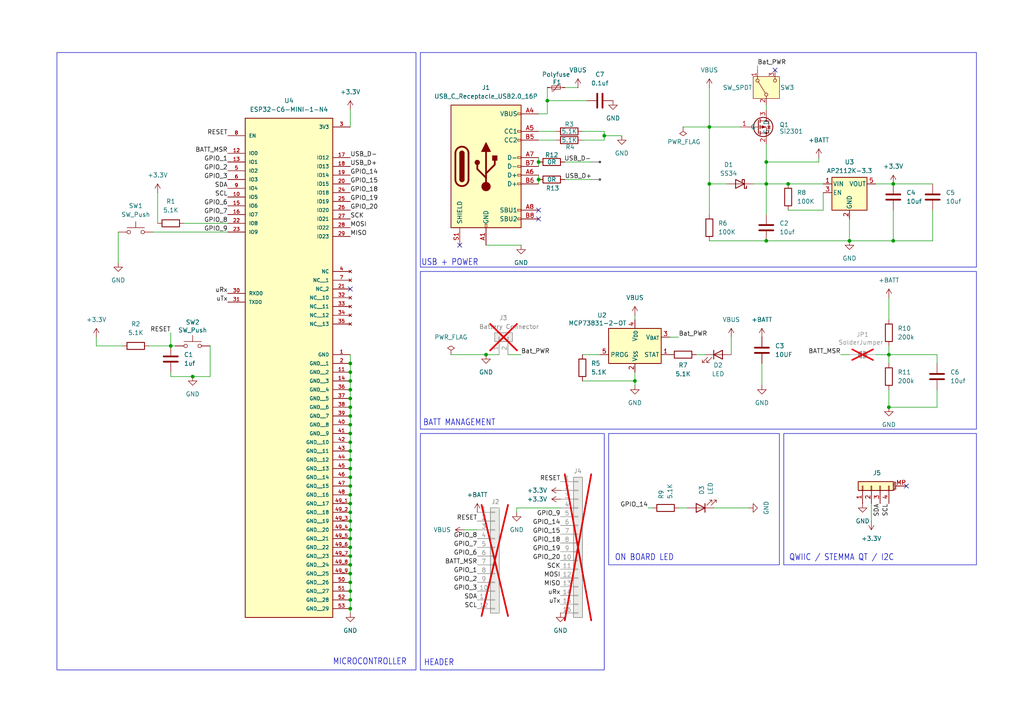
<source format=kicad_sch>
(kicad_sch (version 20231120) (generator "eeschema") (generator_version "8.0")
  (paper "A4")
  (title_block (title "GLYPH-C6") (date "2024-09-05") (rev "V3") (company "PCBCUPID") (comment 1 "Author : Srinivasan M") (comment 2 "License : CC-BY-SA") (comment 3 "Open Source"))
  (lib_symbols
    (symbol "Battery_Management:MCP73831-2-OT"
      (property "Reference" "U" (at -7.62 6.35 0))
      (property "Value" "MCP73831-2-OT" (at 1.27 6.35 0))
      (symbol "MCP73831-2-OT_1_1"
        (pin tri_state line (at 10.16 -2.54 180) (length 2.54) (name "STAT") (number "1"))
        (pin power_in line (at 0 -7.62 90) (length 2.54) (name "V_{SS}") (number "2"))
        (pin power_out line (at 10.16 2.54 180) (length 2.54) (name "V_{BAT}") (number "3"))
        (pin power_in line (at 0 7.62 270) (length 2.54) (name "V_{DD}") (number "4"))
        (pin input line (at -10.16 -2.54 0) (length 2.54) (name "PROG") (number "5"))
      )
    )
    (symbol "Connector:USB_C_Receptacle_USB2.0_16P" (pin_names (offset 1.016))
      (property "Reference" "J" (at 0 22.225 0))
      (property "Value" "USB_C_Receptacle_USB2.0_16P" (at 0 19.685 0))
      (symbol "USB_C_Receptacle_USB2.0_16P_1_1"
        (pin passive line (at 0 -22.86 90) (length 5.08) (name "GND") (number "A1"))
        (pin passive line (at 0 -22.86 90) (length 5.08) hide (name "GND") (number "A12"))
        (pin passive line (at 15.24 15.24 180) (length 5.08) (name "VBUS") (number "A4"))
        (pin bidirectional line (at 15.24 10.16 180) (length 5.08) (name "CC1") (number "A5"))
        (pin bidirectional line (at 15.24 -2.54 180) (length 5.08) (name "D+") (number "A6"))
        (pin bidirectional line (at 15.24 2.54 180) (length 5.08) (name "D-") (number "A7"))
        (pin bidirectional line (at 15.24 -12.7 180) (length 5.08) (name "SBU1") (number "A8"))
        (pin passive line (at 15.24 15.24 180) (length 5.08) hide (name "VBUS") (number "A9"))
        (pin passive line (at 0 -22.86 90) (length 5.08) hide (name "GND") (number "B1"))
        (pin passive line (at 0 -22.86 90) (length 5.08) hide (name "GND") (number "B12"))
        (pin passive line (at 15.24 15.24 180) (length 5.08) hide (name "VBUS") (number "B4"))
        (pin bidirectional line (at 15.24 7.62 180) (length 5.08) (name "CC2") (number "B5"))
        (pin bidirectional line (at 15.24 -5.08 180) (length 5.08) (name "D+") (number "B6"))
        (pin bidirectional line (at 15.24 0 180) (length 5.08) (name "D-") (number "B7"))
        (pin bidirectional line (at 15.24 -15.24 180) (length 5.08) (name "SBU2") (number "B8"))
        (pin passive line (at 15.24 15.24 180) (length 5.08) hide (name "VBUS") (number "B9"))
        (pin passive line (at -7.62 -22.86 90) (length 5.08) (name "SHIELD") (number "S1"))
      )
    )
    (symbol "Connector_Generic:Conn_01x02" (pin_names (offset 1.016) hide)
      (property "Reference" "J" (at 0 2.54 0))
      (property "Value" "Conn_01x02" (at 0 -5.08 0))
      (symbol "Conn_01x02_1_1"
        (pin passive line (at -5.08 0 0) (length 3.81) (name "Pin_1") (number "1"))
        (pin passive line (at -5.08 -2.54 0) (length 3.81) (name "Pin_2") (number "2"))
      )
    )
    (symbol "Connector_Generic:Conn_01x12" (pin_names (offset 1.016) hide)
      (property "Reference" "J" (at 0 15.24 0))
      (property "Value" "Conn_01x12" (at 0 -17.78 0))
      (symbol "Conn_01x12_1_1"
        (pin passive line (at -5.08 12.7 0) (length 3.81) (name "Pin_1") (number "1"))
        (pin passive line (at -5.08 -10.16 0) (length 3.81) (name "Pin_10") (number "10"))
        (pin passive line (at -5.08 -12.7 0) (length 3.81) (name "Pin_11") (number "11"))
        (pin passive line (at -5.08 -15.24 0) (length 3.81) (name "Pin_12") (number "12"))
        (pin passive line (at -5.08 10.16 0) (length 3.81) (name "Pin_2") (number "2"))
        (pin passive line (at -5.08 7.62 0) (length 3.81) (name "Pin_3") (number "3"))
        (pin passive line (at -5.08 5.08 0) (length 3.81) (name "Pin_4") (number "4"))
        (pin passive line (at -5.08 2.54 0) (length 3.81) (name "Pin_5") (number "5"))
        (pin passive line (at -5.08 0 0) (length 3.81) (name "Pin_6") (number "6"))
        (pin passive line (at -5.08 -2.54 0) (length 3.81) (name "Pin_7") (number "7"))
        (pin passive line (at -5.08 -5.08 0) (length 3.81) (name "Pin_8") (number "8"))
        (pin passive line (at -5.08 -7.62 0) (length 3.81) (name "Pin_9") (number "9"))
      )
    )
    (symbol "Connector_Generic:Conn_01x16" (pin_names (offset 1.016) hide)
      (property "Reference" "J" (at 0 20.32 0))
      (property "Value" "Conn_01x16" (at 0 -22.86 0))
      (symbol "Conn_01x16_1_1"
        (pin passive line (at -5.08 17.78 0) (length 3.81) (name "Pin_1") (number "1"))
        (pin passive line (at -5.08 -5.08 0) (length 3.81) (name "Pin_10") (number "10"))
        (pin passive line (at -5.08 -7.62 0) (length 3.81) (name "Pin_11") (number "11"))
        (pin passive line (at -5.08 -10.16 0) (length 3.81) (name "Pin_12") (number "12"))
        (pin passive line (at -5.08 -12.7 0) (length 3.81) (name "Pin_13") (number "13"))
        (pin passive line (at -5.08 -15.24 0) (length 3.81) (name "Pin_14") (number "14"))
        (pin passive line (at -5.08 -17.78 0) (length 3.81) (name "Pin_15") (number "15"))
        (pin passive line (at -5.08 -20.32 0) (length 3.81) (name "Pin_16") (number "16"))
        (pin passive line (at -5.08 15.24 0) (length 3.81) (name "Pin_2") (number "2"))
        (pin passive line (at -5.08 12.7 0) (length 3.81) (name "Pin_3") (number "3"))
        (pin passive line (at -5.08 10.16 0) (length 3.81) (name "Pin_4") (number "4"))
        (pin passive line (at -5.08 7.62 0) (length 3.81) (name "Pin_5") (number "5"))
        (pin passive line (at -5.08 5.08 0) (length 3.81) (name "Pin_6") (number "6"))
        (pin passive line (at -5.08 2.54 0) (length 3.81) (name "Pin_7") (number "7"))
        (pin passive line (at -5.08 0 0) (length 3.81) (name "Pin_8") (number "8"))
        (pin passive line (at -5.08 -2.54 0) (length 3.81) (name "Pin_9") (number "9"))
      )
    )
    (symbol "Connector_Generic_MountingPin:Conn_01x04_MountingPin" (pin_names (offset 1.016) hide)
      (property "Reference" "J" (at 0 5.08 0))
      (property "Value" "Conn_01x04_MountingPin" (at 1.27 -7.62 0))
      (symbol "Conn_01x04_MountingPin_1_1"
        (text "Mounting" (at 0 -6.731 0) (effects (font (size 0.381 0.381))))
        (pin passive line (at -5.08 2.54 0) (length 3.81) (name "Pin_1") (number "1"))
        (pin passive line (at -5.08 0 0) (length 3.81) (name "Pin_2") (number "2"))
        (pin passive line (at -5.08 -2.54 0) (length 3.81) (name "Pin_3") (number "3"))
        (pin passive line (at -5.08 -5.08 0) (length 3.81) (name "Pin_4") (number "4"))
        (pin passive line (at 0 -10.16 90) (length 3.048) (name "MountPin") (number "MP"))
      )
    )
    (symbol "Device:C" (pin_numbers hide) (pin_names (offset 0.254))
      (property "Reference" "C" (at 0.635 2.54 0))
      (property "Value" "C" (at 0.635 -2.54 0))
      (symbol "C_1_1"
        (pin passive line (at 0 3.81 270) (length 2.794) (name "~") (number "1"))
        (pin passive line (at 0 -3.81 90) (length 2.794) (name "~") (number "2"))
      )
    )
    (symbol "Device:LED" (pin_numbers hide) (pin_names (offset 1.016) hide)
      (property "Reference" "D" (at 0 2.54 0))
      (property "Value" "LED" (at 0 -2.54 0))
      (symbol "LED_1_1"
        (pin passive line (at -3.81 0 0) (length 2.54) (name "K") (number "1"))
        (pin passive line (at 3.81 0 180) (length 2.54) (name "A") (number "2"))
      )
    )
    (symbol "Device:Polyfuse_Small" (pin_numbers hide) (pin_names (offset 0))
      (property "Reference" "F" (at -1.905 0 90))
      (property "Value" "Polyfuse_Small" (at 1.905 0 90))
      (symbol "Polyfuse_Small_1_1"
        (pin passive line (at 0 2.54 270) (length 0.635) (name "~") (number "1"))
        (pin passive line (at 0 -2.54 90) (length 0.635) (name "~") (number "2"))
      )
    )
    (symbol "Device:R" (pin_numbers hide) (pin_names (offset 0))
      (property "Reference" "R" (at 2.032 0 90))
      (property "Value" "R" (at 0 0 90))
      (symbol "R_1_1"
        (pin passive line (at 0 3.81 270) (length 1.27) (name "~") (number "1"))
        (pin passive line (at 0 -3.81 90) (length 1.27) (name "~") (number "2"))
      )
    )
    (symbol "Diode:SS34" (pin_numbers hide) (pin_names (offset 1.016) hide)
      (property "Reference" "D" (at 0 2.54 0))
      (property "Value" "SS34" (at 0 -2.54 0))
      (symbol "SS34_1_1"
        (pin passive line (at -3.81 0 0) (length 2.54) (name "K") (number "1"))
        (pin passive line (at 3.81 0 180) (length 2.54) (name "A") (number "2"))
      )
    )
    (symbol "ESP32_C6_MINI_1_N4:ESP32-C3-MINI-1-N4" (pin_names (offset 1.016))
      (property "Reference" "U" (at -12.7 18.796 0))
      (property "Value" "ESP32-C3-MINI-1-N4" (at -12.7 -129.54 0))
      (symbol "ESP32-C3-MINI-1-N4_0_0"
        (pin power_in line (at 17.78 -50.8 180) (length 5.08) (name "GND") (number "1"))
        (pin power_in line (at 17.78 -55.88 180) (length 5.08) (name "GND__2") (number "11"))
        (pin power_in line (at 17.78 -58.42 180) (length 5.08) (name "GND__3") (number "14"))
        (pin power_in line (at 17.78 -53.34 180) (length 5.08) (name "GND__1") (number "2"))
        (pin bidirectional line (at -17.78 -12.7 0) (length 5.08) (name "IO8") (number "22"))
        (pin bidirectional line (at -17.78 -15.24 0) (length 5.08) (name "IO9") (number "23"))
        (pin power_in line (at 17.78 15.24 180) (length 5.08) (name "3V3") (number "3"))
        (pin bidirectional line (at -17.78 -33.02 0) (length 5.08) (name "RXD0") (number "30"))
        (pin bidirectional line (at -17.78 -35.56 0) (length 5.08) (name "TXD0") (number "31"))
        (pin no_connect line (at 17.78 -34.29 180) (length 5.08) (name "NC__10") (number "32"))
        (pin no_connect line (at 17.78 -36.83 180) (length 5.08) (name "NC__11") (number "33"))
        (pin no_connect line (at 17.78 -39.37 180) (length 5.08) (name "NC__12") (number "34"))
        (pin no_connect line (at 17.78 -41.91 180) (length 5.08) (name "NC__13") (number "35"))
        (pin power_in line (at 17.78 -60.96 180) (length 5.08) (name "GND__4") (number "36"))
        (pin power_in line (at 17.78 -63.5 180) (length 5.08) (name "GND__5") (number "37"))
        (pin power_in line (at 17.78 -66.04 180) (length 5.08) (name "GND__6") (number "38"))
        (pin power_in line (at 17.78 -68.58 180) (length 5.08) (name "GND__7") (number "39"))
        (pin no_connect line (at 17.78 -26.67 180) (length 5.08) (name "NC") (number "4"))
        (pin power_in line (at 17.78 -71.12 180) (length 5.08) (name "GND__8") (number "40"))
        (pin power_in line (at 17.78 -73.66 180) (length 5.08) (name "GND__9") (number "41"))
        (pin power_in line (at 17.78 -76.2 180) (length 5.08) (name "GND__10") (number "42"))
        (pin power_in line (at 17.78 -78.74 180) (length 5.08) (name "GND__11") (number "43"))
        (pin power_in line (at 17.78 -81.28 180) (length 5.08) (name "GND__12") (number "44"))
        (pin power_in line (at 17.78 -83.82 180) (length 5.08) (name "GND__13") (number "45"))
        (pin power_in line (at 17.78 -86.36 180) (length 5.08) (name "GND__14") (number "46"))
        (pin power_in line (at 17.78 -88.9 180) (length 5.08) (name "GND__15") (number "47"))
        (pin power_in line (at 17.78 -91.44 180) (length 5.08) (name "GND__16") (number "48"))
        (pin power_in line (at 17.78 -93.98 180) (length 5.08) (name "GND__17") (number "49_1"))
        (pin power_in line (at 17.78 -96.52 180) (length 5.08) (name "GND__18") (number "49_2"))
        (pin power_in line (at 17.78 -99.06 180) (length 5.08) (name "GND__19") (number "49_3"))
        (pin power_in line (at 17.78 -101.6 180) (length 5.08) (name "GND__20") (number "49_4"))
        (pin power_in line (at 17.78 -104.14 180) (length 5.08) (name "GND__21") (number "49_5"))
        (pin power_in line (at 17.78 -106.68 180) (length 5.08) (name "GND__22") (number "49_6"))
        (pin power_in line (at 17.78 -109.22 180) (length 5.08) (name "GND__23") (number "49_7"))
        (pin power_in line (at 17.78 -111.76 180) (length 5.08) (name "GND__24") (number "49_8"))
        (pin power_in line (at 17.78 -114.3 180) (length 5.08) (name "GND__25") (number "49_9"))
        (pin bidirectional line (at -17.78 2.54 0) (length 5.08) (name "IO2") (number "5"))
        (pin power_in line (at 17.78 -116.84 180) (length 5.08) (name "GND__26") (number "50"))
        (pin power_in line (at 17.78 -119.38 180) (length 5.08) (name "GND__27") (number "51"))
        (pin power_in line (at 17.78 -121.92 180) (length 5.08) (name "GND__28") (number "52"))
        (pin power_in line (at 17.78 -124.46 180) (length 5.08) (name "GND__29") (number "53"))
        (pin bidirectional line (at -17.78 0 0) (length 5.08) (name "IO3") (number "6"))
        (pin no_connect line (at 17.78 -29.21 180) (length 5.08) (name "NC__1") (number "7"))
        (pin input line (at -17.78 12.7 0) (length 5.08) (name "EN") (number "8"))
      )
      (symbol "ESP32-C3-MINI-1-N4_1_0"
        (pin bidirectional line (at -17.78 -5.08 0) (length 5.08) (name "IO5") (number "10"))
        (pin bidirectional line (at -17.78 7.62 0) (length 5.08) (name "IO0") (number "12"))
        (pin bidirectional line (at -17.78 5.08 0) (length 5.08) (name "IO1") (number "13"))
        (pin bidirectional line (at -17.78 -7.62 0) (length 5.08) (name "IO6") (number "15"))
        (pin bidirectional line (at -17.78 -10.16 0) (length 5.08) (name "IO7") (number "16"))
        (pin bidirectional line (at 17.78 6.35 180) (length 5.08) (name "IO12") (number "17"))
        (pin bidirectional line (at 17.78 3.81 180) (length 5.08) (name "IO13") (number "18"))
        (pin bidirectional line (at 17.78 1.27 180) (length 5.08) (name "IO14") (number "19"))
        (pin bidirectional line (at 17.78 -1.27 180) (length 5.08) (name "IO15") (number "20"))
        (pin bidirectional line (at 17.78 -31.75 180) (length 5.08) (name "NC_2") (number "21"))
        (pin bidirectional line (at 17.78 -3.81 180) (length 5.08) (name "IO18") (number "24"))
        (pin bidirectional line (at 17.78 -6.35 180) (length 5.08) (name "IO19") (number "25"))
        (pin bidirectional line (at 17.78 -8.89 180) (length 5.08) (name "IO20") (number "26"))
        (pin bidirectional line (at 17.78 -11.43 180) (length 5.08) (name "IO21") (number "27"))
        (pin bidirectional line (at 17.78 -13.97 180) (length 5.08) (name "IO22") (number "28"))
        (pin bidirectional line (at 17.78 -16.51 180) (length 5.08) (name "IO23") (number "29"))
        (pin bidirectional line (at -17.78 -2.54 0) (length 5.08) (name "IO4") (number "9"))
      )
    )
    (symbol "Jumper:SolderJumper_2_Open" (pin_numbers hide) (pin_names (offset 0) hide) (exclude_from_sim yes) (in_bom no)
      (property "Reference" "JP" (at 0 2.032 0))
      (property "Value" "SolderJumper_2_Open" (at 0 -2.54 0))
      (symbol "SolderJumper_2_Open_1_1"
        (pin passive line (at -3.81 0 0) (length 2.54) (name "A") (number "1"))
        (pin passive line (at 3.81 0 180) (length 2.54) (name "B") (number "2"))
      )
    )
    (symbol "Regulator_Linear:AP2112K-3.3" (pin_names (offset 0.254))
      (property "Reference" "U" (at -5.08 5.715 0))
      (property "Value" "AP2112K-3.3" (at 0 5.715 0))
      (symbol "AP2112K-3.3_1_1"
        (pin power_in line (at -7.62 2.54 0) (length 2.54) (name "VIN") (number "1"))
        (pin power_in line (at 0 -7.62 90) (length 2.54) (name "GND") (number "2"))
        (pin input line (at -7.62 0 0) (length 2.54) (name "EN") (number "3"))
        (pin no_connect line (at 5.08 0 180) (length 2.54) hide (name "NC") (number "4"))
        (pin power_out line (at 7.62 2.54 180) (length 2.54) (name "VOUT") (number "5"))
      )
    )
    (symbol "Switch:SW_Push" (pin_numbers hide) (pin_names (offset 1.016) hide)
      (property "Reference" "SW" (at 1.27 2.54 0))
      (property "Value" "SW_Push" (at 0 -1.524 0))
      (symbol "SW_Push_0_1"
        (pin passive line (at -5.08 0 0) (length 2.54) (name "1") (number "1"))
        (pin passive line (at 5.08 0 180) (length 2.54) (name "2") (number "2"))
      )
    )
    (symbol "Switch:SW_SPDT" (pin_names (offset 0) hide)
      (property "Reference" "SW" (at 0 5.08 0))
      (property "Value" "SW_SPDT" (at 0 -5.08 0))
      (symbol "SW_SPDT_1_1"
        (pin passive line (at 5.08 2.54 180) (length 2.54) (name "A") (number "1"))
        (pin passive line (at -5.08 0 0) (length 2.54) (name "B") (number "2"))
        (pin passive line (at 5.08 -2.54 180) (length 2.54) (name "C") (number "3"))
      )
    )
    (symbol "Vishay_SI2301:SI2301"
      (property "Reference" "Q" (at 4.318 0 0))
      (symbol "SI2301_1_1"
        (pin input line (at -6.35 0 0) (length 2.54) (name "G") (number "1"))
        (pin passive line (at 1.27 -5.08 90) (length 2.54) (name "S") (number "2"))
        (pin passive line (at 1.27 5.08 270) (length 2.54) (name "D") (number "3"))
      )
    )
    (symbol "power:+3.3V" (power) (pin_numbers hide) (pin_names (offset 0) hide)
      (property "Value" "+3.3V" (at 0 3.556 0))
      (symbol "+3.3V_1_1"
        (pin power_in line (at 0 0 90) (length 0) (name "~") (number "1"))
      )
    )
    (symbol "power:+BATT" (power) (pin_numbers hide) (pin_names (offset 0) hide)
      (property "Value" "+BATT" (at 0 3.556 0))
      (symbol "+BATT_1_1"
        (pin power_in line (at 0 0 90) (length 0) (name "~") (number "1"))
      )
    )
    (symbol "power:GND" (power) (pin_numbers hide) (pin_names (offset 0) hide)
      (property "Value" "GND" (at 0 -3.81 0))
      (symbol "GND_1_1"
        (pin power_in line (at 0 0 270) (length 0) (name "~") (number "1"))
      )
    )
    (symbol "power:PWR_FLAG" (power) (pin_numbers hide) (pin_names (offset 0) hide)
      (property "Value" "PWR_FLAG" (at 0 3.81 0))
      (symbol "PWR_FLAG_0_0"
        (pin power_out line (at 0 0 90) (length 0) (name "~") (number "1"))
      )
    )
    (symbol "power:VBUS" (power) (pin_numbers hide) (pin_names (offset 0) hide)
      (property "Value" "VBUS" (at 0 3.556 0))
      (symbol "VBUS_1_1"
        (pin power_in line (at 0 0 90) (length 0) (name "~") (number "1"))
      )
    )
  )
  (junction (at 205.74 36.83))
  (junction (at 101.6 158.75))
  (junction (at 184.15 110.49))
  (junction (at 101.6 138.43))
  (junction (at 101.6 130.81))
  (junction (at 101.6 143.51))
  (junction (at 101.6 115.57))
  (junction (at 101.6 156.21))
  (junction (at 222.25 46.99))
  (junction (at 101.6 125.73))
  (junction (at 101.6 133.35))
  (junction (at 101.6 173.99))
  (junction (at 101.6 128.27))
  (junction (at 101.6 113.03))
  (junction (at 101.6 148.59))
  (junction (at 101.6 120.65))
  (junction (at 101.6 161.29))
  (junction (at 101.6 176.53))
  (junction (at 101.6 105.41))
  (junction (at 175.26 39.37))
  (junction (at 259.08 53.34))
  (junction (at 101.6 123.19))
  (junction (at 158.75 29.21))
  (junction (at 156.21 46.99))
  (junction (at 101.6 135.89))
  (junction (at 156.21 52.07))
  (junction (at 205.74 53.34))
  (junction (at 101.6 110.49))
  (junction (at 259.08 69.85))
  (junction (at 55.88 109.22))
  (junction (at 101.6 163.83))
  (junction (at 101.6 151.13))
  (junction (at 101.6 166.37))
  (junction (at 246.38 69.85))
  (junction (at 101.6 146.05))
  (junction (at 49.53 100.33))
  (junction (at 222.25 53.34))
  (junction (at 257.81 102.87))
  (junction (at 101.6 153.67))
  (junction (at 101.6 107.95))
  (junction (at 101.6 171.45))
  (junction (at 257.81 118.11))
  (junction (at 140.97 102.87))
  (junction (at 228.6 53.34))
  (junction (at 101.6 168.91))
  (junction (at 101.6 140.97))
  (junction (at 222.25 69.85))
  (junction (at 101.6 118.11))
  (no_connect (at 101.6 83.82))
  (no_connect (at 224.79 20.32))
  (no_connect (at 156.21 63.5))
  (no_connect (at 156.21 60.96))
  (no_connect (at 262.89 140.97))
  (no_connect (at 133.35 71.12))
  (wire (pts (xy 101.6 115.57) (xy 101.6 118.11)))
  (wire (pts (xy 259.08 69.85) (xy 270.51 69.85)))
  (wire (pts (xy 27.94 97.79) (xy 27.94 100.33)))
  (wire (pts (xy 175.26 38.1) (xy 175.26 39.37)))
  (wire (pts (xy 257.81 113.03) (xy 257.81 118.11)))
  (wire (pts (xy 101.6 146.05) (xy 101.6 148.59)))
  (wire (pts (xy 101.6 168.91) (xy 101.6 171.45)))
  (wire (pts (xy 101.6 140.97) (xy 101.6 143.51)))
  (wire (pts (xy 34.29 67.31) (xy 34.29 76.2)))
  (wire (pts (xy 184.15 91.44) (xy 184.15 92.71)))
  (wire (pts (xy 222.25 69.85) (xy 246.38 69.85)))
  (wire (pts (xy 271.78 102.87) (xy 271.78 105.41)))
  (wire (pts (xy 66.04 64.77) (xy 53.34 64.77)))
  (wire (pts (xy 222.25 53.34) (xy 222.25 62.23)))
  (wire (pts (xy 130.81 102.87) (xy 140.97 102.87)))
  (wire (pts (xy 163.83 46.99) (xy 171.45 46.99)))
  (wire (pts (xy 49.53 96.52) (xy 49.53 100.33)))
  (wire (pts (xy 49.53 107.95) (xy 49.53 109.22)))
  (wire (pts (xy 101.6 128.27) (xy 101.6 130.81)))
  (wire (pts (xy 246.38 63.5) (xy 246.38 69.85)))
  (wire (pts (xy 175.26 40.64) (xy 168.91 40.64)))
  (wire (pts (xy 257.81 100.33) (xy 257.81 102.87)))
  (wire (pts (xy 156.21 52.07) (xy 156.21 53.34)))
  (wire (pts (xy 140.97 102.87) (xy 144.78 102.87)))
  (wire (pts (xy 101.6 118.11) (xy 101.6 120.65)))
  (wire (pts (xy 55.88 109.22) (xy 60.96 109.22)))
  (wire (pts (xy 222.25 46.99) (xy 222.25 53.34)))
  (wire (pts (xy 101.6 148.59) (xy 101.6 151.13)))
  (wire (pts (xy 140.97 71.12) (xy 151.13 71.12)))
  (wire (pts (xy 205.74 36.83) (xy 205.74 53.34)))
  (wire (pts (xy 101.6 113.03) (xy 101.6 115.57)))
  (wire (pts (xy 238.76 60.96) (xy 238.76 55.88)))
  (wire (pts (xy 219.71 19.05) (xy 219.71 20.32)))
  (wire (pts (xy 101.6 163.83) (xy 101.6 166.37)))
  (wire (pts (xy 168.91 110.49) (xy 184.15 110.49)))
  (wire (pts (xy 101.6 110.49) (xy 101.6 113.03)))
  (wire (pts (xy 259.08 60.96) (xy 259.08 69.85)))
  (wire (pts (xy 101.6 135.89) (xy 101.6 138.43)))
  (wire (pts (xy 205.74 36.83) (xy 214.63 36.83)))
  (wire (pts (xy 222.25 53.34) (xy 228.6 53.34)))
  (wire (pts (xy 101.6 161.29) (xy 101.6 163.83)))
  (wire (pts (xy 158.75 29.21) (xy 158.75 33.02)))
  (wire (pts (xy 194.31 97.79) (xy 196.85 97.79)))
  (wire (pts (xy 101.6 125.73) (xy 101.6 128.27)))
  (wire (pts (xy 222.25 30.48) (xy 222.25 31.75)))
  (wire (pts (xy 101.6 156.21) (xy 101.6 158.75)))
  (wire (pts (xy 101.6 151.13) (xy 101.6 153.67)))
  (wire (pts (xy 101.6 133.35) (xy 101.6 135.89)))
  (wire (pts (xy 222.25 46.99) (xy 237.49 46.99)))
  (wire (pts (xy 147.32 102.87) (xy 151.13 102.87)))
  (wire (pts (xy 205.74 53.34) (xy 205.74 62.23)))
  (wire (pts (xy 156.21 38.1) (xy 161.29 38.1)))
  (wire (pts (xy 101.6 166.37) (xy 101.6 168.91)))
  (wire (pts (xy 156.21 33.02) (xy 158.75 33.02)))
  (wire (pts (xy 199.39 147.32) (xy 196.85 147.32)))
  (wire (pts (xy 257.81 102.87) (xy 257.81 105.41)))
  (wire (pts (xy 101.6 31.75) (xy 101.6 36.83)))
  (wire (pts (xy 101.6 176.53) (xy 101.6 177.8)))
  (wire (pts (xy 270.51 60.96) (xy 270.51 69.85)))
  (wire (pts (xy 156.21 40.64) (xy 161.29 40.64)))
  (wire (pts (xy 246.38 69.85) (xy 259.08 69.85)))
  (wire (pts (xy 217.17 147.32) (xy 207.01 147.32)))
  (wire (pts (xy 158.75 29.21) (xy 170.18 29.21)))
  (wire (pts (xy 45.72 55.88) (xy 45.72 64.77)))
  (wire (pts (xy 257.81 86.36) (xy 257.81 92.71)))
  (wire (pts (xy 168.91 102.87) (xy 173.99 102.87)))
  (wire (pts (xy 205.74 36.83) (xy 198.12 36.83)))
  (wire (pts (xy 168.91 38.1) (xy 175.26 38.1)))
  (wire (pts (xy 156.21 50.8) (xy 156.21 52.07)))
  (wire (pts (xy 222.25 41.91) (xy 222.25 46.99)))
  (wire (pts (xy 101.6 120.65) (xy 101.6 123.19)))
  (wire (pts (xy 218.44 53.34) (xy 222.25 53.34)))
  (wire (pts (xy 252.73 146.05) (xy 252.73 151.13)))
  (wire (pts (xy 257.81 102.87) (xy 271.78 102.87)))
  (wire (pts (xy 101.6 102.87) (xy 101.6 105.41)))
  (wire (pts (xy 101.6 173.99) (xy 101.6 176.53)))
  (wire (pts (xy 259.08 53.34) (xy 270.51 53.34)))
  (wire (pts (xy 228.6 60.96) (xy 238.76 60.96)))
  (wire (pts (xy 158.75 25.4) (xy 158.75 29.21)))
  (wire (pts (xy 201.93 102.87) (xy 204.47 102.87)))
  (wire (pts (xy 180.34 39.37) (xy 175.26 39.37)))
  (wire (pts (xy 101.6 107.95) (xy 101.6 110.49)))
  (wire (pts (xy 237.49 46.99) (xy 237.49 45.72)))
  (wire (pts (xy 271.78 113.03) (xy 271.78 118.11)))
  (wire (pts (xy 66.04 67.31) (xy 44.45 67.31)))
  (wire (pts (xy 205.74 69.85) (xy 222.25 69.85)))
  (wire (pts (xy 254 53.34) (xy 259.08 53.34)))
  (wire (pts (xy 254 102.87) (xy 257.81 102.87)))
  (wire (pts (xy 101.6 143.51) (xy 101.6 146.05)))
  (wire (pts (xy 228.6 53.34) (xy 238.76 53.34)))
  (wire (pts (xy 212.09 97.79) (xy 212.09 102.87)))
  (wire (pts (xy 271.78 118.11) (xy 257.81 118.11)))
  (wire (pts (xy 27.94 100.33) (xy 35.56 100.33)))
  (wire (pts (xy 43.18 100.33) (xy 49.53 100.33)))
  (wire (pts (xy 101.6 138.43) (xy 101.6 140.97)))
  (wire (pts (xy 156.21 45.72) (xy 156.21 46.99)))
  (wire (pts (xy 184.15 110.49) (xy 184.15 111.76)))
  (wire (pts (xy 243.84 102.87) (xy 246.38 102.87)))
  (wire (pts (xy 187.96 147.32) (xy 189.23 147.32)))
  (wire (pts (xy 49.53 100.33) (xy 50.8 100.33)))
  (wire (pts (xy 101.6 123.19) (xy 101.6 125.73)))
  (wire (pts (xy 60.96 100.33) (xy 60.96 109.22)))
  (wire (pts (xy 163.83 52.07) (xy 171.45 52.07)))
  (wire (pts (xy 149.86 147.32) (xy 149.86 148.59)))
  (wire (pts (xy 163.83 25.4) (xy 167.64 25.4)))
  (wire (pts (xy 134.62 153.67) (xy 138.43 153.67)))
  (wire (pts (xy 175.26 39.37) (xy 175.26 40.64)))
  (wire (pts (xy 162.56 147.32) (xy 149.86 147.32)))
  (wire (pts (xy 101.6 153.67) (xy 101.6 156.21)))
  (wire (pts (xy 49.53 109.22) (xy 55.88 109.22)))
  (wire (pts (xy 156.21 46.99) (xy 156.21 48.26)))
  (wire (pts (xy 101.6 158.75) (xy 101.6 161.29)))
  (wire (pts (xy 220.98 105.41) (xy 220.98 111.76)))
  (wire (pts (xy 101.6 130.81) (xy 101.6 133.35)))
  (wire (pts (xy 184.15 110.49) (xy 184.15 107.95)))
  (wire (pts (xy 101.6 171.45) (xy 101.6 173.99)))
  (wire (pts (xy 205.74 53.34) (xy 210.82 53.34)))
  (wire (pts (xy 101.6 105.41) (xy 101.6 107.95)))
  (wire (pts (xy 205.74 25.4) (xy 205.74 36.83)))
  (rectangle (start 16.51 15.24) (end 120.65 194.31))
  (rectangle (start 176.53 125.73) (end 226.06 163.83))
  (rectangle (start 121.92 78.74) (end 283.21 124.46))
  (rectangle (start 121.92 125.73) (end 175.26 194.31))
  (rectangle (start 227.33 125.73) (end 283.21 163.83))
  (rectangle (start 121.92 15.24) (end 283.21 77.47))
  (text "ON BOARD LED\n" (at 178.308 162.814 0) (effects (font (size 1.778 1.5113)) (justify left bottom)))
  (text "HEADER\n" (at 122.936 193.294 0) (effects (font (size 1.778 1.5113)) (justify left bottom)))
  (text "BATT MANAGEMENT" (at 122.682 123.698 0) (effects (font (size 1.778 1.5113)) (justify left bottom)))
  (text "QWIIC / STEMMA QT / I2C" (at 228.854 162.814 0) (effects (font (size 1.778 1.5113)) (justify left bottom)))
  (text "MICROCONTROLLER\n" (at 96.52 193.04 0) (effects (font (size 1.778 1.5113)) (justify left bottom)))
  (text "USB + POWER" (at 122.174 77.216 0) (effects (font (size 1.778 1.5113)) (justify left bottom)))
  (label "GPIO_18" (at 162.56 157.48 180))
  (label "GPIO_3" (at 66.04 52.07 180))
  (label "RESET" (at 49.53 96.52 180))
  (label "MOSI" (at 101.6 66.04 0))
  (label "Bat_PWR" (at 151.13 102.87 0))
  (label "uTx" (at 66.04 87.63 180))
  (label "GPIO_18" (at 101.6 55.88 0))
  (label "GPIO_7" (at 66.04 62.23 180))
  (label "MISO" (at 162.56 170.18 180))
  (label "GPIO_20" (at 162.56 162.56 180))
  (label "USB_D-" (at 171.45 46.99 180))
  (label "SCL" (at 138.43 176.53 180))
  (label "MISO" (at 101.6 68.58 0))
  (label "USB_D-" (at 101.6 45.72 0))
  (label "BATT_MSR" (at 66.04 44.45 180))
  (label "SCK" (at 101.6 63.5 0))
  (label "GPIO_8" (at 66.04 64.77 180))
  (label "SCL" (at 66.04 57.15 180))
  (label "uRx" (at 162.56 172.72 180))
  (label "SDA" (at 66.04 54.61 180))
  (label "uRx" (at 66.04 85.09 180))
  (label "SDA" (at 138.43 173.99 180))
  (label "GPIO_7" (at 138.43 158.75 180))
  (label "GPIO_6" (at 66.04 59.69 180))
  (label "Bat_PWR" (at 196.85 97.79 0))
  (label "GPIO_2" (at 138.43 168.91 180))
  (label "BATT_MSR" (at 138.43 163.83 180))
  (label "GPIO_2" (at 66.04 49.53 180))
  (label "RESET" (at 138.43 151.13 180))
  (label "SDA" (at 255.27 146.05 270))
  (label "GPIO_1" (at 66.04 46.99 180))
  (label "GPIO_9" (at 162.56 149.86 180))
  (label "USB_D+" (at 101.6 48.26 0))
  (label "MOSI" (at 162.56 167.64 180))
  (label "GPIO_14" (at 101.6 50.8 0))
  (label "GPIO_15" (at 101.6 53.34 0))
  (label "GPIO_1" (at 138.43 166.37 180))
  (label "GPIO_15" (at 162.56 154.94 180))
  (label "RESET" (at 162.56 139.7 180))
  (label "GPIO_6" (at 138.43 161.29 180))
  (label "GPIO_3" (at 138.43 171.45 180))
  (label "BATT_MSR" (at 243.84 102.87 180))
  (label "GPIO_8" (at 138.43 156.21 180))
  (label "GPIO_20" (at 101.6 60.96 0))
  (label "GPIO_19" (at 101.6 58.42 0))
  (label "GPIO_14" (at 187.96 147.32 180))
  (label "SCL" (at 257.81 146.05 270))
  (label "GPIO_9" (at 66.04 67.31 180))
  (label "GPIO_19" (at 162.56 160.02 180))
  (label "uTx" (at 162.56 175.26 180))
  (label "GPIO_14" (at 162.56 152.4 180))
  (label "SCK" (at 162.56 165.1 180))
  (label "Bat_PWR" (at 219.71 19.05 0))
  (label "USB_D+" (at 163.83 52.07 0))
  (label "RESET" (at 66.04 39.37 180))
  (netclass_flag "" (length 2.54) (shape dot) (at 171.45 46.99 270) (property "Netclass" "differential" (effects (hide yes))))
  (netclass_flag "" (length 2.54) (shape dot) (at 171.45 52.07 270) (property "Netclass" "differential" (effects (hide yes))))
  (symbol (lib_id "Device:C") (at 222.25 66.04 0) (unit 1)
    (property "Reference" "C2" (at 226.06 64.7699 0) (effects (justify left)))
    (property "Value" "10uf" (at 226.06 67.3099 0) (effects (justify left)))
    (property "Footprint" "Capacitor_SMD:C_0603_1608Metric" (effects (hide yes)))
    (property "Description" "Unpolarized capacitor" (effects (hide yes)))
  )
  (symbol (lib_id "Connector_Generic:Conn_01x02") (at 144.78 97.79 90) (unit 1) (dnp yes)
    (property "Reference" "J3" (at 144.78 92.202 90) (effects (justify right)))
    (property "Value" "Battery Connector" (at 138.938 94.742 90) (effects (justify right)))
    (property "Footprint" "Test_point_01x2:TestPoint_01x02" (effects (hide yes)))
    (property "Description" "Generic connector, single row, 01x02, script generated (kicad-library-utils/schlib/autogen/connector/)" (effects (hide yes)))
  )
  (symbol (lib_id "Device:LED") (at 203.2 147.32 180) (unit 1)
    (property "Reference" "D3" (at 203.5174 143.51 90) (effects (justify right)))
    (property "Value" "LED" (at 206.0574 143.51 90) (effects (justify right)))
    (property "Footprint" "LED_SMD:LED_0603_1608Metric" (effects (hide yes)))
    (property "Description" "Light emitting diode" (effects (hide yes)))
  )
  (symbol (lib_id "Connector_Generic_MountingPin:Conn_01x04_MountingPin") (at 252.73 140.97 90) (unit 1)
    (property "Reference" "J5" (at 254.3556 137.16 90))
    (property "Value" "Conn_01x04_MountingPin" (effects (hide yes)))
    (property "Footprint" "Connector_JST:JST_SH_BM04B-SRSS-TB_1x04-1MP_P1.00mm_Vertical" (effects (hide yes)))
    (property "Description" "Generic connectable mounting pin connector, single row, 01x04, script generated (kicad-library-utils/schlib/autogen/connector/)" (effects (hide yes)))
  )
  (symbol (lib_id "Connector_Generic:Conn_01x16") (at 167.64 157.48 0) (unit 1) (dnp yes)
    (property "Reference" "J4" (at 166.37 136.652 0) (effects (justify left)))
    (property "Value" "Conn_01x16" (effects (hide yes)))
    (property "Footprint" "Connector_PinSocket_2.54mm:PinSocket_1x16_P2.54mm_Vertical" (effects (hide yes)))
    (property "Description" "Generic connector, single row, 01x16, script generated (kicad-library-utils/schlib/autogen/connector/)" (effects (hide yes)))
  )
  (symbol (lib_id "ESP32_C6_MINI_1_N4:ESP32-C3-MINI-1-N4") (at 83.82 52.07 0) (unit 1)
    (property "Reference" "U4" (at 83.82 29.21 0))
    (property "Value" "ESP32-C6-MINI-1-N4" (at 83.82 31.75 0))
    (property "Footprint" "ESP32C6:ESP32-C6-MINI-1_EXP" (effects (hide yes)))
    (property "PARTREV" "v1.0" (effects (hide yes)))
    (property "STANDARD" "Manufacturer Recommendations" (effects (hide yes)))
    (property "MAXIMUM_PACKAGE_HEIGHT" "2.55mm" (effects (hide yes)))
    (property "MANUFACTURER" "Espressif Systems" (effects (hide yes)))
  )
  (symbol (lib_id "power:VBUS") (at 212.09 97.79 0) (unit 1)
    (property "Reference" "#PWR022" (effects (hide yes)))
    (property "Value" "VBUS" (at 212.09 92.71 0))
    (property "Description" "Power symbol creates a global label with name \"VBUS\"" (effects (hide yes)))
  )
  (symbol (lib_id "Device:C") (at 173.99 29.21 90) (unit 1)
    (property "Reference" "C7" (at 173.99 21.59 90))
    (property "Value" "0.1uf" (at 173.99 24.13 90))
    (property "Footprint" "Capacitor_SMD:C_0603_1608Metric" (effects (hide yes)))
    (property "Description" "Unpolarized capacitor" (effects (hide yes)))
  )
  (symbol (lib_id "Device:R") (at 198.12 102.87 90) (unit 1)
    (property "Reference" "R7" (at 198.12 105.918 90))
    (property "Value" "5.1K" (at 198.12 108.458 90))
    (property "Footprint" "Resistor_SMD:R_0603_1608Metric" (effects (hide yes)))
    (property "Description" "Resistor" (effects (hide yes)))
  )
  (symbol (lib_id "Vishay_SI2301:SI2301") (at 220.98 36.83 0) (unit 1)
    (property "Reference" "Q1" (at 226.06 36.1949 0) (effects (justify left)))
    (property "Value" "Si2301" (at 226.06 38.1 0) (effects (justify left)))
    (property "Footprint" "Package_TO_SOT_SMD:SOT-23" (effects (hide yes)))
  )
  (symbol (lib_id "Device:R") (at 168.91 106.68 180) (unit 1)
    (property "Reference" "R5" (at 171.45 105.4099 0) (effects (justify right)))
    (property "Value" "5.1K" (at 171.45 107.9499 0) (effects (justify right)))
    (property "Footprint" "Resistor_SMD:R_0603_1608Metric" (effects (hide yes)))
    (property "Description" "Resistor" (effects (hide yes)))
  )
  (symbol (lib_id "Switch:SW_SPDT") (at 222.25 25.4 90) (unit 1)
    (property "Reference" "SW3" (at 230.378 25.4 90) (effects (justify left)))
    (property "Value" "SW_SPDT" (at 218.186 25.4 90) (effects (justify left)))
    (property "Footprint" "Button_Switch_SMD:SW_SPDT_PCM12" (effects (hide yes)))
    (property "Description" "Switch, single pole double throw" (effects (hide yes)))
  )
  (symbol (lib_id "Device:C") (at 49.53 104.14 0) (unit 1)
    (property "Reference" "C1" (at 53.34 102.8699 0) (effects (justify left)))
    (property "Value" "1uf" (at 53.34 105.4099 0) (effects (justify left)))
    (property "Footprint" "Capacitor_SMD:C_0603_1608Metric" (effects (hide yes)))
    (property "Description" "Unpolarized capacitor" (effects (hide yes)))
  )
  (symbol (lib_id "Regulator_Linear:AP2112K-3.3") (at 246.38 55.88 0) (unit 1)
    (property "Reference" "U3" (at 246.38 46.99 0))
    (property "Value" "AP2112K-3.3 " (at 246.888 49.53 0))
    (property "Footprint" "Package_TO_SOT_SMD:SOT-23-5" (effects (hide yes)))
    (property "Datasheet" "https://www.diodes.com/assets/Datasheets/AP2112.pdf" (effects (hide yes)))
    (property "Description" "600mA low dropout linear regulator, with enable pin, 3.8V-6V input voltage range, 3.3V fixed positive output, SOT-23-5" (effects (hide yes)))
  )
  (symbol (lib_id "power:+BATT") (at 138.43 148.59 0) (unit 1)
    (property "Reference" "#PWR023" (effects (hide yes)))
    (property "Value" "+BATT" (at 138.43 143.51 0))
    (property "Description" "Power symbol creates a global label with name \"+BATT\"" (effects (hide yes)))
  )
  (symbol (lib_id "power:GND") (at 55.88 109.22 0) (unit 1)
    (property "Reference" "#PWR09" (effects (hide yes)))
    (property "Value" "GND" (at 55.88 114.3 0))
    (property "Description" "Power symbol creates a global label with name \"GND\" , ground" (effects (hide yes)))
  )
  (symbol (lib_id "power:GND") (at 140.97 102.87 0) (unit 1)
    (property "Reference" "#PWR014" (effects (hide yes)))
    (property "Value" "GND" (at 140.97 107.95 0))
    (property "Description" "Power symbol creates a global label with name \"GND\" , ground" (effects (hide yes)))
  )
  (symbol (lib_id "power:+3.3V") (at 27.94 97.79 0) (unit 1)
    (property "Reference" "#PWR08" (effects (hide yes)))
    (property "Value" "+3.3V" (at 27.94 92.71 0))
    (property "Description" "Power symbol creates a global label with name \"+3.3V\"" (effects (hide yes)))
  )
  (symbol (lib_id "Device:R") (at 205.74 66.04 0) (unit 1)
    (property "Reference" "R6" (at 208.28 64.7699 0) (effects (justify left)))
    (property "Value" "100K" (at 208.28 67.3099 0) (effects (justify left)))
    (property "Footprint" "Resistor_SMD:R_0603_1608Metric" (effects (hide yes)))
    (property "Description" "Resistor" (effects (hide yes)))
  )
  (symbol (lib_id "Device:LED") (at 208.28 102.87 0) (unit 1)
    (property "Reference" "D2" (at 208.28 105.918 0))
    (property "Value" "LED" (at 208.28 108.458 0))
    (property "Footprint" "LED_SMD:LED_0603_1608Metric" (effects (hide yes)))
    (property "Description" "Light emitting diode" (effects (hide yes)))
  )
  (symbol (lib_id "Device:R") (at 165.1 40.64 90) (unit 1)
    (property "Reference" "R4" (at 165.354 42.672 90))
    (property "Value" "5.1K" (at 165.1 40.64 90))
    (property "Footprint" "Resistor_SMD:R_0603_1608Metric" (effects (hide yes)))
    (property "Description" "Resistor" (effects (hide yes)))
  )
  (symbol (lib_id "power:GND") (at 250.19 146.05 0) (unit 1)
    (property "Reference" "#PWR015" (effects (hide yes)))
    (property "Value" "GND" (at 250.19 151.13 0))
    (property "Description" "Power symbol creates a global label with name \"GND\" , ground" (effects (hide yes)))
  )
  (symbol (lib_id "power:GND") (at 180.34 39.37 0) (unit 1)
    (property "Reference" "#PWR018" (effects (hide yes)))
    (property "Value" "GND" (at 180.34 44.45 0))
    (property "Description" "Power symbol creates a global label with name \"GND\" , ground" (effects (hide yes)))
  )
  (symbol (lib_id "Connector:USB_C_Receptacle_USB2.0_16P") (at 140.97 48.26 0) (unit 1)
    (property "Reference" "J1" (at 140.97 25.4 0))
    (property "Value" "USB_C_Receptacle_USB2.0_16P" (at 140.97 27.94 0))
    (property "Footprint" "Connector_USB:USB_C_Receptacle_Palconn_UTC16-G" (effects (hide yes)))
    (property "Datasheet" "https://www.usb.org/sites/default/files/documents/usb_type-c.zip" (effects (hide yes)))
    (property "Description" "USB 2.0-only 16P Type-C Receptacle connector" (effects (hide yes)))
  )
  (symbol (lib_id "Connector_Generic:Conn_01x12") (at 143.51 161.29 0) (unit 1) (dnp yes)
    (property "Reference" "J2" (at 142.494 145.542 0) (effects (justify left)))
    (property "Value" "Conn_01x12" (effects (hide yes)))
    (property "Footprint" "Connector_PinSocket_2.54mm:PinSocket_1x12_P2.54mm_Vertical" (effects (hide yes)))
    (property "Description" "Generic connector, single row, 01x12, script generated (kicad-library-utils/schlib/autogen/connector/)" (effects (hide yes)))
  )
  (symbol (lib_id "power:VBUS") (at 134.62 153.67 90) (unit 1)
    (property "Reference" "#PWR016" (effects (hide yes)))
    (property "Value" "VBUS" (at 130.81 153.6699 90) (effects (justify left)))
    (property "Description" "Power symbol creates a global label with name \"VBUS\"" (effects (hide yes)))
  )
  (symbol (lib_id "Device:R") (at 257.81 109.22 0) (unit 1)
    (property "Reference" "R11" (at 260.35 107.9499 0) (effects (justify left)))
    (property "Value" "200k" (at 260.35 110.4899 0) (effects (justify left)))
    (property "Footprint" "Resistor_SMD:R_0603_1608Metric" (effects (hide yes)))
    (property "Description" "Resistor" (effects (hide yes)))
  )
  (symbol (lib_id "power:GND") (at 246.38 69.85 0) (unit 1)
    (property "Reference" "#PWR06" (effects (hide yes)))
    (property "Value" "GND" (at 246.38 74.93 0))
    (property "Description" "Power symbol creates a global label with name \"GND\" , ground" (effects (hide yes)))
  )
  (symbol (lib_id "power:+BATT") (at 220.98 97.79 0) (unit 1)
    (property "Reference" "#PWR021" (effects (hide yes)))
    (property "Value" "+BATT" (at 220.98 92.71 0))
    (property "Description" "Power symbol creates a global label with name \"+BATT\"" (effects (hide yes)))
  )
  (symbol (lib_id "power:+BATT") (at 257.81 86.36 0) (unit 1)
    (property "Reference" "#PWR03" (effects (hide yes)))
    (property "Value" "+BATT" (at 257.81 81.28 0))
    (property "Description" "Power symbol creates a global label with name \"+BATT\"" (effects (hide yes)))
  )
  (symbol (lib_id "power:VBUS") (at 205.74 25.4 0) (unit 1)
    (property "Reference" "#PWR04" (effects (hide yes)))
    (property "Value" "VBUS" (at 205.74 20.32 0))
    (property "Description" "Power symbol creates a global label with name \"VBUS\"" (effects (hide yes)))
  )
  (symbol (lib_id "power:+3.3V") (at 259.08 53.34 0) (unit 1)
    (property "Reference" "#PWR01" (effects (hide yes)))
    (property "Value" "+3.3V" (at 259.08 48.26 0))
    (property "Description" "Power symbol creates a global label with name \"+3.3V\"" (effects (hide yes)))
  )
  (symbol (lib_id "power:GND") (at 34.29 76.2 0) (mirror y) (unit 1)
    (property "Reference" "#PWR07" (effects (hide yes)))
    (property "Value" "GND" (at 34.29 81.28 0))
    (property "Description" "Power symbol creates a global label with name \"GND\" , ground" (effects (hide yes)))
  )
  (symbol (lib_id "Device:R") (at 160.02 46.99 270) (unit 1)
    (property "Reference" "R12" (at 160.02 44.958 90))
    (property "Value" "0R" (at 160.02 46.99 90))
    (property "Footprint" "Resistor_SMD:R_0603_1608Metric" (effects (hide yes)))
    (property "Description" "Resistor" (effects (hide yes)))
  )
  (symbol (lib_id "Device:C") (at 271.78 109.22 0) (unit 1)
    (property "Reference" "C6" (at 275.59 107.9499 0) (effects (justify left)))
    (property "Value" "10uf" (at 275.59 110.4899 0) (effects (justify left)))
    (property "Footprint" "Capacitor_SMD:C_0603_1608Metric" (effects (hide yes)))
    (property "Description" "Unpolarized capacitor" (effects (hide yes)))
  )
  (symbol (lib_id "power:GND") (at 151.13 71.12 0) (unit 1)
    (property "Reference" "#PWR030" (effects (hide yes)))
    (property "Value" "GND" (at 151.13 76.2 0))
    (property "Description" "Power symbol creates a global label with name \"GND\" , ground" (effects (hide yes)))
  )
  (symbol (lib_id "power:GND") (at 184.15 111.76 0) (unit 1)
    (property "Reference" "#PWR010" (effects (hide yes)))
    (property "Value" "GND" (at 184.15 116.84 0))
    (property "Description" "Power symbol creates a global label with name \"GND\" , ground" (effects (hide yes)))
  )
  (symbol (lib_id "Device:R") (at 39.37 100.33 90) (unit 1)
    (property "Reference" "R2" (at 39.37 93.98 90))
    (property "Value" "5.1K" (at 39.37 96.52 90))
    (property "Footprint" "Resistor_SMD:R_0603_1608Metric" (effects (hide yes)))
    (property "Description" "Resistor" (effects (hide yes)))
  )
  (symbol (lib_id "power:+BATT") (at 237.49 45.72 0) (unit 1)
    (property "Reference" "#PWR05" (effects (hide yes)))
    (property "Value" "+BATT" (at 237.49 40.64 0))
    (property "Description" "Power symbol creates a global label with name \"+BATT\"" (effects (hide yes)))
  )
  (symbol (lib_id "power:+3.3V") (at 252.73 151.13 180) (unit 1)
    (property "Reference" "#PWR020" (effects (hide yes)))
    (property "Value" "+3.3V" (at 252.73 156.21 0))
    (property "Description" "Power symbol creates a global label with name \"+3.3V\"" (effects (hide yes)))
  )
  (symbol (lib_id "power:+3.3V") (at 45.72 55.88 0) (mirror y) (unit 1)
    (property "Reference" "#PWR017" (effects (hide yes)))
    (property "Value" "+3.3V" (at 45.72 50.8 0))
    (property "Description" "Power symbol creates a global label with name \"+3.3V\"" (effects (hide yes)))
  )
  (symbol (lib_id "Device:R") (at 160.02 52.07 90) (unit 1)
    (property "Reference" "R13" (at 160.274 54.61 90))
    (property "Value" "0R" (at 160.02 52.07 90))
    (property "Footprint" "Resistor_SMD:R_0603_1608Metric" (effects (hide yes)))
    (property "Description" "Resistor" (effects (hide yes)))
  )
  (symbol (lib_id "power:GND") (at 217.17 147.32 90) (unit 1)
    (property "Reference" "#PWR013" (effects (hide yes)))
    (property "Value" "GND" (at 222.25 147.32 0))
    (property "Description" "Power symbol creates a global label with name \"GND\" , ground" (effects (hide yes)))
  )
  (symbol (lib_id "Device:R") (at 49.53 64.77 270) (mirror x) (unit 1)
    (property "Reference" "R1" (at 49.53 58.42 90))
    (property "Value" "5.1K" (at 49.53 60.96 90))
    (property "Footprint" "Resistor_SMD:R_0603_1608Metric" (effects (hide yes)))
    (property "Description" "Resistor" (effects (hide yes)))
  )
  (symbol (lib_id "Device:R") (at 257.81 96.52 0) (unit 1)
    (property "Reference" "R10" (at 260.35 95.2499 0) (effects (justify left)))
    (property "Value" "200k" (at 260.35 97.7899 0) (effects (justify left)))
    (property "Footprint" "Resistor_SMD:R_0603_1608Metric" (effects (hide yes)))
    (property "Description" "Resistor" (effects (hide yes)))
  )
  (symbol (lib_id "Device:C") (at 270.51 57.15 0) (unit 1)
    (property "Reference" "C5" (at 274.32 55.8799 0) (effects (justify left)))
    (property "Value" "10uf" (at 274.32 58.4199 0) (effects (justify left)))
    (property "Footprint" "Capacitor_SMD:C_0603_1608Metric" (effects (hide yes)))
    (property "Description" "Unpolarized capacitor" (effects (hide yes)))
  )
  (symbol (lib_id "power:GND") (at 177.8 29.21 0) (unit 1)
    (property "Reference" "#PWR024" (effects (hide yes)))
    (property "Value" "GND" (at 177.8 34.29 0))
    (property "Description" "Power symbol creates a global label with name \"GND\" , ground" (effects (hide yes)))
  )
  (symbol (lib_id "Switch:SW_Push") (at 39.37 67.31 0) (mirror y) (unit 1)
    (property "Reference" "SW1" (at 39.37 59.69 0))
    (property "Value" "SW_Push" (at 39.37 62.23 0))
    (property "Footprint" "Button_Switch_SMD:SW_SPST_PTS810" (effects (hide yes)))
    (property "Description" "Push button switch, generic, two pins" (effects (hide yes)))
  )
  (symbol (lib_id "Diode:SS34") (at 214.63 53.34 180) (unit 1)
    (property "Reference" "D1" (at 211.328 47.752 0))
    (property "Value" "SS34" (at 211.328 50.292 0))
    (property "Footprint" "Diode_SMD:D_SMA" (effects (hide yes)))
    (property "Datasheet" "https://www.vishay.com/docs/88751/ss32.pdf" (effects (hide yes)))
    (property "Description" "40V 3A Schottky Diode, SMA" (effects (hide yes)))
  )
  (symbol (lib_id "power:GND") (at 162.56 177.8 0) (unit 1)
    (property "Reference" "#PWR035" (effects (hide yes)))
    (property "Value" "GND" (at 162.56 182.88 0))
    (property "Description" "Power symbol creates a global label with name \"GND\" , ground" (effects (hide yes)))
  )
  (symbol (lib_id "power:GND") (at 220.98 111.76 0) (unit 1)
    (property "Reference" "#PWR012" (effects (hide yes)))
    (property "Value" "GND" (at 220.98 116.84 0))
    (property "Description" "Power symbol creates a global label with name \"GND\" , ground" (effects (hide yes)))
  )
  (symbol (lib_id "power:GND") (at 257.81 118.11 0) (unit 1)
    (property "Reference" "#PWR02" (effects (hide yes)))
    (property "Value" "GND" (at 257.81 123.19 0))
    (property "Description" "Power symbol creates a global label with name \"GND\" , ground" (effects (hide yes)))
  )
  (symbol (lib_id "power:+3.3V") (at 162.56 142.24 90) (unit 1)
    (property "Reference" "#PWR033" (effects (hide yes)))
    (property "Value" "+3.3V" (at 158.75 142.2399 90) (effects (justify left)))
    (property "Description" "Power symbol creates a global label with name \"+3.3V\"" (effects (hide yes)))
  )
  (symbol (lib_id "Device:R") (at 193.04 147.32 90) (unit 1)
    (property "Reference" "R9" (at 191.7699 144.78 0) (effects (justify left)))
    (property "Value" "5.1K" (at 194.3099 144.78 0) (effects (justify left)))
    (property "Footprint" "Resistor_SMD:R_0603_1608Metric" (effects (hide yes)))
    (property "Description" "Resistor" (effects (hide yes)))
  )
  (symbol (lib_id "power:+3.3V") (at 162.56 144.78 90) (unit 1)
    (property "Reference" "#PWR034" (effects (hide yes)))
    (property "Value" "+3.3V" (at 158.75 144.7799 90) (effects (justify left)))
    (property "Description" "Power symbol creates a global label with name \"+3.3V\"" (effects (hide yes)))
  )
  (symbol (lib_id "Device:C") (at 259.08 57.15 0) (unit 1)
    (property "Reference" "C4" (at 262.89 55.8799 0) (effects (justify left)))
    (property "Value" "10uf" (at 262.89 58.4199 0) (effects (justify left)))
    (property "Footprint" "Capacitor_SMD:C_0603_1608Metric" (effects (hide yes)))
    (property "Description" "Unpolarized capacitor" (effects (hide yes)))
  )
  (symbol (lib_id "power:GND") (at 149.86 148.59 0) (unit 1)
    (property "Reference" "#PWR032" (effects (hide yes)))
    (property "Value" "GND" (at 149.86 153.67 0))
    (property "Description" "Power symbol creates a global label with name \"GND\" , ground" (effects (hide yes)))
  )
  (symbol (lib_id "power:PWR_FLAG") (at 198.12 36.83 180) (unit 1)
    (property "Reference" "#FLG01" (effects (hide yes)))
    (property "Value" "PWR_FLAG" (at 198.374 41.148 0))
    (property "Description" "Special symbol for telling ERC where power comes from" (effects (hide yes)))
  )
  (symbol (lib_id "power:VBUS") (at 167.64 25.4 0) (unit 1)
    (property "Reference" "#PWR019" (effects (hide yes)))
    (property "Value" "VBUS" (at 167.64 20.32 0))
    (property "Description" "Power symbol creates a global label with name \"VBUS\"" (effects (hide yes)))
  )
  (symbol (lib_id "Battery_Management:MCP73831-2-OT") (at 184.15 100.33 0) (unit 1)
    (property "Reference" "U2" (at 173.228 91.44 0) (effects (justify left)))
    (property "Value" "MCP73831-2-OT" (at 164.846 93.726 0) (effects (justify left)))
    (property "Footprint" "Package_TO_SOT_SMD:SOT-23-5" (effects (hide yes)))
    (property "Datasheet" "http://ww1.microchip.com/downloads/en/DeviceDoc/20001984g.pdf" (effects (hide yes)))
    (property "Description" "Single cell, Li-Ion/Li-Po charge management controller, 4.20V, Tri-State Status Output, in SOT23-5 package" (effects (hide yes)))
  )
  (symbol (lib_id "power:VBUS") (at 184.15 91.44 0) (unit 1)
    (property "Reference" "#PWR011" (effects (hide yes)))
    (property "Value" "VBUS" (at 184.15 86.36 0))
    (property "Description" "Power symbol creates a global label with name \"VBUS\"" (effects (hide yes)))
  )
  (symbol (lib_id "Device:R") (at 228.6 57.15 0) (unit 1)
    (property "Reference" "R8" (at 231.14 55.8799 0) (effects (justify left)))
    (property "Value" "100K" (at 231.14 58.4199 0) (effects (justify left)))
    (property "Footprint" "Resistor_SMD:R_0603_1608Metric" (effects (hide yes)))
    (property "Description" "Resistor" (effects (hide yes)))
  )
  (symbol (lib_id "power:GND") (at 101.6 177.8 0) (unit 1)
    (property "Reference" "#PWR037" (effects (hide yes)))
    (property "Value" "GND" (at 101.6 182.88 0))
    (property "Description" "Power symbol creates a global label with name \"GND\" , ground" (effects (hide yes)))
  )
  (symbol (lib_id "power:PWR_FLAG") (at 130.81 102.87 0) (unit 1)
    (property "Reference" "#FLG02" (effects (hide yes)))
    (property "Value" "PWR_FLAG" (at 130.81 97.79 0))
    (property "Description" "Special symbol for telling ERC where power comes from" (effects (hide yes)))
  )
  (symbol (lib_id "Device:C") (at 220.98 101.6 0) (unit 1)
    (property "Reference" "C3" (at 224.79 100.3299 0) (effects (justify left)))
    (property "Value" "10UF" (at 224.79 102.8699 0) (effects (justify left)))
    (property "Footprint" "Capacitor_SMD:C_0603_1608Metric" (effects (hide yes)))
    (property "Description" "Unpolarized capacitor" (effects (hide yes)))
  )
  (symbol (lib_id "Device:Polyfuse_Small") (at 161.29 25.4 90) (unit 1)
    (property "Reference" "F1" (at 161.544 23.876 90))
    (property "Value" "Polyfuse" (at 161.29 21.59 90))
    (property "Footprint" "Fuse:Fuse_0805_2012Metric" (effects (hide yes)))
    (property "Description" "Resettable fuse, polymeric positive temperature coefficient, small symbol" (effects (hide yes)))
  )
  (symbol (lib_id "power:+3.3V") (at 101.6 31.75 0) (unit 1)
    (property "Reference" "#PWR036" (effects (hide yes)))
    (property "Value" "+3.3V" (at 101.6 26.67 0))
    (property "Description" "Power symbol creates a global label with name \"+3.3V\"" (effects (hide yes)))
  )
  (symbol (lib_id "Device:R") (at 165.1 38.1 270) (unit 1)
    (property "Reference" "R3" (at 165.1 36.068 90))
    (property "Value" "5.1K" (at 165.1 38.1 90))
    (property "Footprint" "Resistor_SMD:R_0603_1608Metric" (effects (hide yes)))
    (property "Description" "Resistor" (effects (hide yes)))
  )
  (symbol (lib_id "Switch:SW_Push") (at 55.88 100.33 0) (unit 1)
    (property "Reference" "SW2" (at 55.88 93.472 0))
    (property "Value" "SW_Push" (at 55.88 95.758 0))
    (property "Footprint" "Button_Switch_SMD:SW_SPST_PTS810" (effects (hide yes)))
    (property "Description" "Push button switch, generic, two pins" (effects (hide yes)))
  )
  (symbol (lib_id "Jumper:SolderJumper_2_Open") (at 250.19 102.87 0) (unit 1) (exclude_from_sim yes) (in_bom no) (dnp yes)
    (property "Reference" "JP1" (at 250.19 97.028 0))
    (property "Value" "SolderJumper" (at 249.682 99.314 0))
    (property "Footprint" "Jumper:SolderJumper-2_P1.3mm_Open_RoundedPad1.0x1.5mm" (effects (hide yes)))
    (property "Description" "Solder Jumper, 2-pole, open" (effects (hide yes)))
  )
)
</source>
